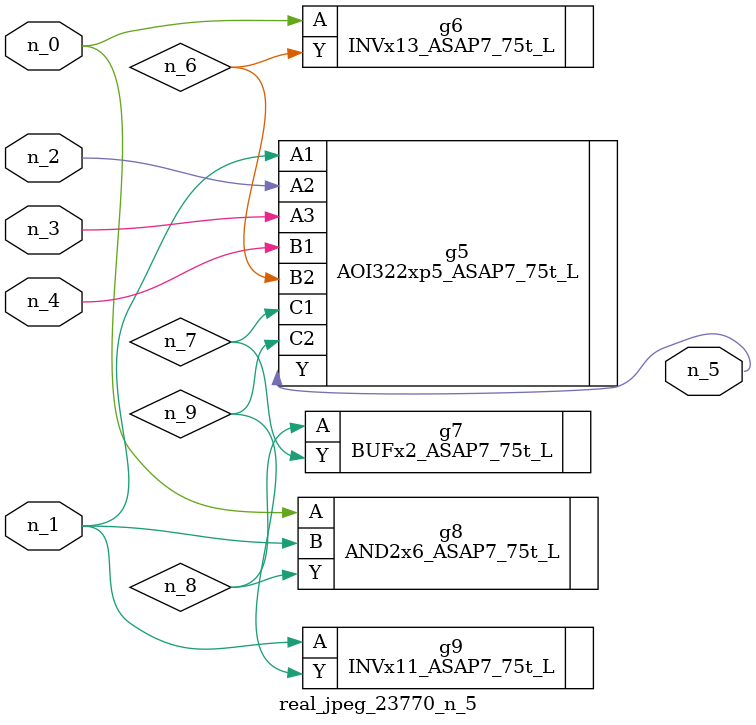
<source format=v>
module real_jpeg_23770_n_5 (n_4, n_0, n_1, n_2, n_3, n_5);

input n_4;
input n_0;
input n_1;
input n_2;
input n_3;

output n_5;

wire n_8;
wire n_6;
wire n_7;
wire n_9;

INVx13_ASAP7_75t_L g6 ( 
.A(n_0),
.Y(n_6)
);

AND2x6_ASAP7_75t_L g8 ( 
.A(n_0),
.B(n_1),
.Y(n_8)
);

AOI322xp5_ASAP7_75t_L g5 ( 
.A1(n_1),
.A2(n_2),
.A3(n_3),
.B1(n_4),
.B2(n_6),
.C1(n_7),
.C2(n_9),
.Y(n_5)
);

INVx11_ASAP7_75t_L g9 ( 
.A(n_1),
.Y(n_9)
);

BUFx2_ASAP7_75t_L g7 ( 
.A(n_8),
.Y(n_7)
);


endmodule
</source>
